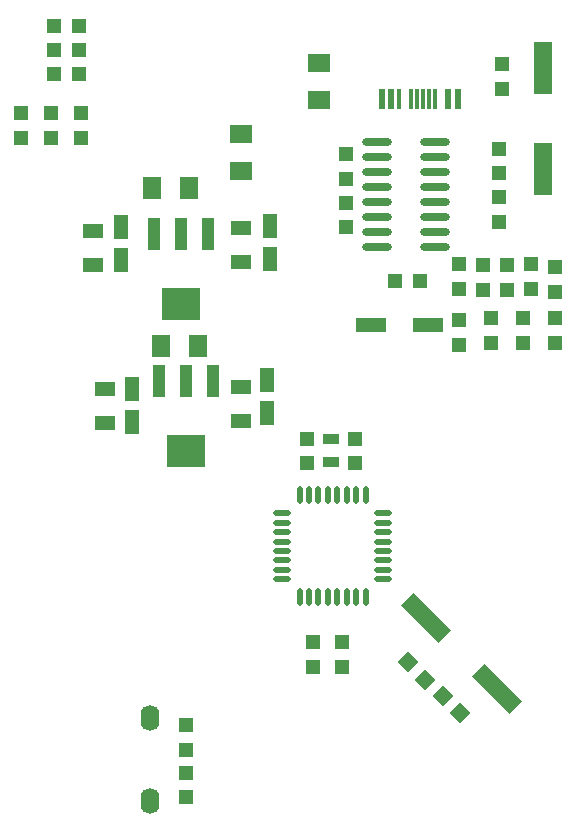
<source format=gbr>
G04*
G04 #@! TF.GenerationSoftware,Altium Limited,Altium Designer,24.2.2 (26)*
G04*
G04 Layer_Color=8421504*
%FSLAX44Y44*%
%MOMM*%
G71*
G04*
G04 #@! TF.SameCoordinates,51CCD97A-84F4-4CAB-A56F-F063453576D0*
G04*
G04*
G04 #@! TF.FilePolarity,Positive*
G04*
G01*
G75*
%ADD20R,1.2000X1.2000*%
%ADD21R,1.9000X1.5000*%
%ADD22R,1.5000X1.9000*%
%ADD23P,1.6971X4X90.0*%
%ADD24R,1.2000X1.2000*%
%ADD25R,1.8000X1.3000*%
%ADD26R,1.2000X2.0000*%
%ADD27R,1.0000X2.7000*%
%ADD28R,3.3000X2.7000*%
%ADD29R,0.6000X1.8000*%
%ADD30R,0.3000X1.8000*%
%ADD31R,2.5000X1.2000*%
%ADD32O,2.5000X0.7000*%
%ADD33O,1.5000X0.5000*%
%ADD34O,0.5000X1.5000*%
%ADD35R,1.5000X4.5000*%
G04:AMPARAMS|DCode=36|XSize=4.5mm|YSize=1.5mm|CornerRadius=0mm|HoleSize=0mm|Usage=FLASHONLY|Rotation=135.000|XOffset=0mm|YOffset=0mm|HoleType=Round|Shape=Rectangle|*
%AMROTATEDRECTD36*
4,1,4,2.1213,-1.0607,1.0607,-2.1213,-2.1213,1.0607,-1.0607,2.1213,2.1213,-1.0607,0.0*
%
%ADD36ROTATEDRECTD36*%

%ADD37O,1.6000X2.2000*%
%ADD38R,1.3700X0.8700*%
D20*
X292100Y544910D02*
D03*
Y565910D02*
D03*
X387350Y452010D02*
D03*
Y473010D02*
D03*
X16510Y580050D02*
D03*
Y601050D02*
D03*
X441537Y427060D02*
D03*
Y406060D02*
D03*
X414443Y427060D02*
D03*
Y406060D02*
D03*
X67310Y580050D02*
D03*
Y601050D02*
D03*
X259080Y304206D02*
D03*
Y325206D02*
D03*
X421640Y570824D02*
D03*
Y549824D02*
D03*
X424180Y621620D02*
D03*
Y642620D02*
D03*
X299720Y304206D02*
D03*
Y325206D02*
D03*
X288290Y152914D02*
D03*
Y131914D02*
D03*
X264160Y152994D02*
D03*
Y131994D02*
D03*
X292100Y525024D02*
D03*
Y504024D02*
D03*
X387350Y425560D02*
D03*
Y404560D02*
D03*
X41910Y601050D02*
D03*
Y580050D02*
D03*
X468630Y406060D02*
D03*
Y427060D02*
D03*
X427990Y450994D02*
D03*
Y471994D02*
D03*
X407670Y450994D02*
D03*
Y471994D02*
D03*
X448310Y452010D02*
D03*
Y473010D02*
D03*
X421640Y508676D02*
D03*
Y529676D02*
D03*
X156210Y82660D02*
D03*
Y61660D02*
D03*
Y42504D02*
D03*
Y21504D02*
D03*
X468630Y449630D02*
D03*
Y470630D02*
D03*
D21*
X203200Y583190D02*
D03*
Y552190D02*
D03*
X269240Y642880D02*
D03*
Y611880D02*
D03*
D22*
X166630Y403860D02*
D03*
X135630D02*
D03*
X159010Y537210D02*
D03*
X128010D02*
D03*
D23*
X344186Y135874D02*
D03*
X359035Y121025D02*
D03*
X388604Y92726D02*
D03*
X373755Y107575D02*
D03*
D24*
X333416Y458470D02*
D03*
X354416D02*
D03*
X65420Y654050D02*
D03*
X44420D02*
D03*
X65420Y633730D02*
D03*
X44420D02*
D03*
X65420Y674370D02*
D03*
X44420D02*
D03*
D25*
X203200Y368830D02*
D03*
Y339830D02*
D03*
X87630Y367560D02*
D03*
Y338560D02*
D03*
X203200Y503450D02*
D03*
Y474450D02*
D03*
X77470Y500910D02*
D03*
Y471910D02*
D03*
D26*
X224790Y374680D02*
D03*
Y346680D02*
D03*
X110490Y339060D02*
D03*
Y367060D02*
D03*
X227330Y505490D02*
D03*
Y477490D02*
D03*
X101600Y476220D02*
D03*
Y504220D02*
D03*
D27*
X175400Y498130D02*
D03*
X152400D02*
D03*
X129400D02*
D03*
X179210Y373670D02*
D03*
X156210D02*
D03*
X133210D02*
D03*
D28*
X152400Y439130D02*
D03*
X156210Y314670D02*
D03*
D29*
X386330Y612836D02*
D03*
X378330D02*
D03*
X330330D02*
D03*
X322330D02*
D03*
D30*
X356830D02*
D03*
X361830D02*
D03*
X366830D02*
D03*
X351830D02*
D03*
X346830D02*
D03*
X336830D02*
D03*
D31*
X361280Y421640D02*
D03*
X313280D02*
D03*
D32*
X367400Y538480D02*
D03*
Y525780D02*
D03*
Y551180D02*
D03*
Y500380D02*
D03*
Y513080D02*
D03*
Y576580D02*
D03*
Y563880D02*
D03*
Y487680D02*
D03*
X318400Y513080D02*
D03*
Y525780D02*
D03*
Y563880D02*
D03*
Y576580D02*
D03*
Y538480D02*
D03*
Y551180D02*
D03*
Y487680D02*
D03*
Y500380D02*
D03*
D33*
X237472Y262130D02*
D03*
Y254130D02*
D03*
Y246130D02*
D03*
Y238130D02*
D03*
Y230130D02*
D03*
Y222130D02*
D03*
Y214130D02*
D03*
Y206130D02*
D03*
X323488Y262130D02*
D03*
Y254130D02*
D03*
Y246130D02*
D03*
Y238130D02*
D03*
Y230130D02*
D03*
Y222130D02*
D03*
Y214130D02*
D03*
Y206130D02*
D03*
D34*
X308480Y277138D02*
D03*
X300480D02*
D03*
X292480D02*
D03*
X284480D02*
D03*
X276480D02*
D03*
X268480D02*
D03*
X260480D02*
D03*
X252480D02*
D03*
Y191122D02*
D03*
X260480D02*
D03*
X268480D02*
D03*
X276480D02*
D03*
X284480D02*
D03*
X292480D02*
D03*
X300480D02*
D03*
X308480D02*
D03*
D35*
X458470Y638810D02*
D03*
Y553810D02*
D03*
D36*
X419942Y113458D02*
D03*
X359838Y173562D02*
D03*
D37*
X125730Y18340D02*
D03*
Y88340D02*
D03*
D38*
X279291Y324684D02*
D03*
Y305284D02*
D03*
M02*

</source>
